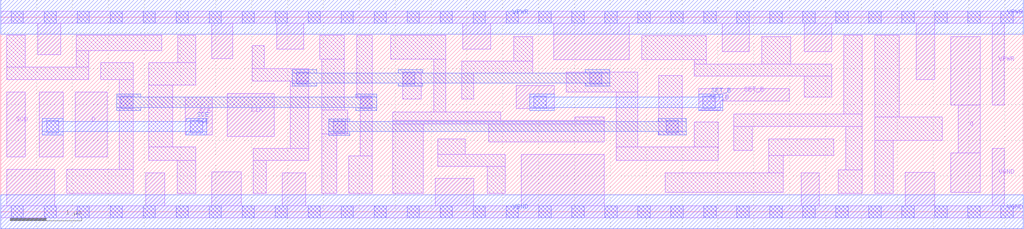
<source format=lef>
# Copyright 2020 The SkyWater PDK Authors
#
# Licensed under the Apache License, Version 2.0 (the "License");
# you may not use this file except in compliance with the License.
# You may obtain a copy of the License at
#
#     https://www.apache.org/licenses/LICENSE-2.0
#
# Unless required by applicable law or agreed to in writing, software
# distributed under the License is distributed on an "AS IS" BASIS,
# WITHOUT WARRANTIES OR CONDITIONS OF ANY KIND, either express or implied.
# See the License for the specific language governing permissions and
# limitations under the License.
#
# SPDX-License-Identifier: Apache-2.0

VERSION 5.7 ;
  NAMESCASESENSITIVE ON ;
  NOWIREEXTENSIONATPIN ON ;
  DIVIDERCHAR "/" ;
  BUSBITCHARS "[]" ;
UNITS
  DATABASE MICRONS 200 ;
END UNITS
PROPERTYDEFINITIONS
  MACRO maskLayoutSubType STRING ;
  MACRO prCellType STRING ;
  MACRO originalViewName STRING ;
END PROPERTYDEFINITIONS
MACRO sky130_fd_sc_hdll__sdfstp_2
  CLASS CORE ;
  FOREIGN sky130_fd_sc_hdll__sdfstp_2 ;
  ORIGIN  0.000000  0.000000 ;
  SIZE  14.26000 BY  2.720000 ;
  SYMMETRY X Y R90 ;
  SITE unithd ;
  PIN CLK
    ANTENNAGATEAREA  0.178200 ;
    DIRECTION INPUT ;
    USE SIGNAL ;
    PORT
      LAYER li1 ;
        RECT 3.155000 1.055000 3.815000 1.650000 ;
    END
  END CLK
  PIN D
    ANTENNAGATEAREA  0.178200 ;
    DIRECTION INPUT ;
    USE SIGNAL ;
    PORT
      LAYER li1 ;
        RECT 1.040000 0.765000 1.485000 1.675000 ;
    END
  END D
  PIN Q
    ANTENNADIFFAREA  0.498000 ;
    DIRECTION OUTPUT ;
    USE SIGNAL ;
    PORT
      LAYER li1 ;
        RECT 13.245000 0.275000 13.655000 0.825000 ;
        RECT 13.245000 1.495000 13.655000 2.450000 ;
        RECT 13.350000 0.825000 13.655000 1.495000 ;
    END
  END Q
  PIN SCD
    ANTENNAGATEAREA  0.178200 ;
    DIRECTION INPUT ;
    USE SIGNAL ;
    PORT
      LAYER li1 ;
        RECT 0.085000 0.765000 0.340000 1.675000 ;
    END
  END SCD
  PIN SCE
    ANTENNAGATEAREA  0.356400 ;
    DIRECTION INPUT ;
    USE SIGNAL ;
    PORT
      LAYER li1 ;
        RECT 0.540000 0.765000 0.870000 1.675000 ;
        RECT 2.570000 1.075000 2.950000 1.600000 ;
      LAYER mcon ;
        RECT 0.640000 1.105000 0.810000 1.275000 ;
        RECT 2.645000 1.105000 2.815000 1.275000 ;
      LAYER met1 ;
        RECT 0.580000 1.075000 0.870000 1.120000 ;
        RECT 0.580000 1.120000 2.875000 1.260000 ;
        RECT 0.580000 1.260000 0.870000 1.305000 ;
        RECT 2.585000 1.075000 2.875000 1.120000 ;
        RECT 2.585000 1.260000 2.875000 1.305000 ;
    END
  END SCE
  PIN SET_B
    ANTENNAGATEAREA  0.277200 ;
    DIRECTION INPUT ;
    USE SIGNAL ;
    PORT
      LAYER li1 ;
        RECT 7.190000 1.445000  7.715000 1.765000 ;
        RECT 9.730000 1.425000 10.035000 1.545000 ;
        RECT 9.730000 1.545000 10.995000 1.725000 ;
      LAYER mcon ;
        RECT 7.435000 1.445000 7.605000 1.615000 ;
        RECT 9.790000 1.445000 9.960000 1.615000 ;
      LAYER met1 ;
        RECT 7.375000 1.415000  7.715000 1.460000 ;
        RECT 7.375000 1.460000 10.070000 1.600000 ;
        RECT 7.375000 1.600000  7.715000 1.645000 ;
        RECT 9.730000 1.415000 10.070000 1.460000 ;
        RECT 9.730000 1.600000 10.070000 1.645000 ;
    END
  END SET_B
  PIN VGND
    ANTENNADIFFAREA  1.503950 ;
    DIRECTION INOUT ;
    USE SIGNAL ;
    PORT
      LAYER li1 ;
        RECT  0.000000 -0.085000 14.260000 0.085000 ;
        RECT  0.085000  0.085000  0.750000 0.595000 ;
        RECT  2.025000  0.085000  2.290000 0.545000 ;
        RECT  2.940000  0.085000  3.350000 0.555000 ;
        RECT  3.925000  0.085000  4.255000 0.545000 ;
        RECT  6.060000  0.085000  6.595000 0.465000 ;
        RECT  7.255000  0.085000  8.415000 0.805000 ;
        RECT 11.165000  0.085000 11.415000 0.545000 ;
        RECT 12.615000  0.085000 13.020000 0.550000 ;
        RECT 13.825000  0.085000 13.995000 0.885000 ;
      LAYER mcon ;
        RECT  0.145000 -0.085000  0.315000 0.085000 ;
        RECT  0.605000 -0.085000  0.775000 0.085000 ;
        RECT  1.065000 -0.085000  1.235000 0.085000 ;
        RECT  1.525000 -0.085000  1.695000 0.085000 ;
        RECT  1.985000 -0.085000  2.155000 0.085000 ;
        RECT  2.445000 -0.085000  2.615000 0.085000 ;
        RECT  2.905000 -0.085000  3.075000 0.085000 ;
        RECT  3.365000 -0.085000  3.535000 0.085000 ;
        RECT  3.825000 -0.085000  3.995000 0.085000 ;
        RECT  4.285000 -0.085000  4.455000 0.085000 ;
        RECT  4.745000 -0.085000  4.915000 0.085000 ;
        RECT  5.205000 -0.085000  5.375000 0.085000 ;
        RECT  5.665000 -0.085000  5.835000 0.085000 ;
        RECT  6.125000 -0.085000  6.295000 0.085000 ;
        RECT  6.585000 -0.085000  6.755000 0.085000 ;
        RECT  7.045000 -0.085000  7.215000 0.085000 ;
        RECT  7.505000 -0.085000  7.675000 0.085000 ;
        RECT  7.965000 -0.085000  8.135000 0.085000 ;
        RECT  8.425000 -0.085000  8.595000 0.085000 ;
        RECT  8.885000 -0.085000  9.055000 0.085000 ;
        RECT  9.345000 -0.085000  9.515000 0.085000 ;
        RECT  9.805000 -0.085000  9.975000 0.085000 ;
        RECT 10.265000 -0.085000 10.435000 0.085000 ;
        RECT 10.725000 -0.085000 10.895000 0.085000 ;
        RECT 11.185000 -0.085000 11.355000 0.085000 ;
        RECT 11.645000 -0.085000 11.815000 0.085000 ;
        RECT 12.105000 -0.085000 12.275000 0.085000 ;
        RECT 12.565000 -0.085000 12.735000 0.085000 ;
        RECT 13.025000 -0.085000 13.195000 0.085000 ;
        RECT 13.485000 -0.085000 13.655000 0.085000 ;
        RECT 13.945000 -0.085000 14.115000 0.085000 ;
      LAYER met1 ;
        RECT 0.000000 -0.240000 14.260000 0.240000 ;
    END
  END VGND
  PIN VPWR
    ANTENNADIFFAREA  2.071800 ;
    DIRECTION INOUT ;
    USE SIGNAL ;
    PORT
      LAYER li1 ;
        RECT  0.000000 2.635000 14.260000 2.805000 ;
        RECT  0.515000 2.195000  0.835000 2.635000 ;
        RECT  2.940000 2.140000  3.235000 2.635000 ;
        RECT  3.845000 2.275000  4.225000 2.635000 ;
        RECT  6.445000 2.275000  6.830000 2.635000 ;
        RECT  7.710000 2.125000  8.765000 2.635000 ;
        RECT 10.060000 2.235000 10.440000 2.635000 ;
        RECT 11.205000 2.235000 11.585000 2.635000 ;
        RECT 12.765000 1.845000 13.020000 2.635000 ;
        RECT 13.825000 1.495000 13.995000 2.635000 ;
      LAYER mcon ;
        RECT  0.145000 2.635000  0.315000 2.805000 ;
        RECT  0.605000 2.635000  0.775000 2.805000 ;
        RECT  1.065000 2.635000  1.235000 2.805000 ;
        RECT  1.525000 2.635000  1.695000 2.805000 ;
        RECT  1.985000 2.635000  2.155000 2.805000 ;
        RECT  2.445000 2.635000  2.615000 2.805000 ;
        RECT  2.905000 2.635000  3.075000 2.805000 ;
        RECT  3.365000 2.635000  3.535000 2.805000 ;
        RECT  3.825000 2.635000  3.995000 2.805000 ;
        RECT  4.285000 2.635000  4.455000 2.805000 ;
        RECT  4.745000 2.635000  4.915000 2.805000 ;
        RECT  5.205000 2.635000  5.375000 2.805000 ;
        RECT  5.665000 2.635000  5.835000 2.805000 ;
        RECT  6.125000 2.635000  6.295000 2.805000 ;
        RECT  6.585000 2.635000  6.755000 2.805000 ;
        RECT  7.045000 2.635000  7.215000 2.805000 ;
        RECT  7.505000 2.635000  7.675000 2.805000 ;
        RECT  7.965000 2.635000  8.135000 2.805000 ;
        RECT  8.425000 2.635000  8.595000 2.805000 ;
        RECT  8.885000 2.635000  9.055000 2.805000 ;
        RECT  9.345000 2.635000  9.515000 2.805000 ;
        RECT  9.805000 2.635000  9.975000 2.805000 ;
        RECT 10.265000 2.635000 10.435000 2.805000 ;
        RECT 10.725000 2.635000 10.895000 2.805000 ;
        RECT 11.185000 2.635000 11.355000 2.805000 ;
        RECT 11.645000 2.635000 11.815000 2.805000 ;
        RECT 12.105000 2.635000 12.275000 2.805000 ;
        RECT 12.565000 2.635000 12.735000 2.805000 ;
        RECT 13.025000 2.635000 13.195000 2.805000 ;
        RECT 13.485000 2.635000 13.655000 2.805000 ;
        RECT 13.945000 2.635000 14.115000 2.805000 ;
      LAYER met1 ;
        RECT 0.000000 2.480000 14.260000 2.960000 ;
    END
  END VPWR
  OBS
    LAYER li1 ;
      RECT  0.085000 1.845000  1.225000 2.025000 ;
      RECT  0.085000 2.025000  0.345000 2.465000 ;
      RECT  0.920000 0.255000  1.845000 0.595000 ;
      RECT  1.055000 2.025000  1.225000 2.255000 ;
      RECT  1.055000 2.255000  2.245000 2.465000 ;
      RECT  1.395000 1.845000  1.845000 2.085000 ;
      RECT  1.655000 0.595000  1.845000 1.845000 ;
      RECT  2.065000 0.715000  2.720000 0.905000 ;
      RECT  2.065000 0.905000  2.400000 1.770000 ;
      RECT  2.065000 1.770000  2.720000 2.085000 ;
      RECT  2.460000 0.255000  2.720000 0.715000 ;
      RECT  2.470000 2.085000  2.720000 2.465000 ;
      RECT  3.505000 1.830000  4.295000 2.000000 ;
      RECT  3.505000 2.000000  3.675000 2.325000 ;
      RECT  3.520000 0.255000  3.705000 0.715000 ;
      RECT  3.520000 0.715000  4.295000 0.885000 ;
      RECT  4.035000 0.885000  4.295000 1.830000 ;
      RECT  4.445000 2.135000  4.790000 2.465000 ;
      RECT  4.475000 0.255000  4.685000 1.085000 ;
      RECT  4.475000 1.085000  4.840000 1.420000 ;
      RECT  4.475000 1.420000  4.790000 2.135000 ;
      RECT  4.855000 0.255000  5.180000 0.780000 ;
      RECT  4.965000 1.590000  5.180000 2.465000 ;
      RECT  5.010000 0.780000  5.180000 1.590000 ;
      RECT  5.435000 2.135000  6.205000 2.465000 ;
      RECT  5.465000 0.255000  5.890000 1.225000 ;
      RECT  5.465000 1.225000  8.415000 1.275000 ;
      RECT  5.465000 1.275000  6.975000 1.395000 ;
      RECT  5.605000 1.575000  5.865000 1.955000 ;
      RECT  6.035000 1.395000  6.205000 2.135000 ;
      RECT  6.095000 0.635000  7.035000 0.805000 ;
      RECT  6.095000 0.805000  6.475000 1.015000 ;
      RECT  6.425000 1.575000  6.595000 1.935000 ;
      RECT  6.425000 1.935000  7.420000 2.105000 ;
      RECT  6.785000 0.255000  7.035000 0.635000 ;
      RECT  6.805000 0.975000  8.415000 1.225000 ;
      RECT  7.155000 2.105000  7.420000 2.450000 ;
      RECT  7.885000 1.670000  8.885000 1.955000 ;
      RECT  8.005000 1.275000  8.415000 1.325000 ;
      RECT  8.585000 0.720000 10.005000 0.905000 ;
      RECT  8.585000 0.905000  8.885000 1.670000 ;
      RECT  8.935000 2.125000  9.840000 2.460000 ;
      RECT  9.175000 1.075000  9.500000 1.905000 ;
      RECT  9.265000 0.275000 10.910000 0.545000 ;
      RECT  9.670000 0.905000 10.005000 1.255000 ;
      RECT  9.670000 1.895000 11.585000 2.065000 ;
      RECT  9.670000 2.065000  9.840000 2.125000 ;
      RECT 10.220000 0.855000 10.480000 1.195000 ;
      RECT 10.220000 1.195000 12.015000 1.365000 ;
      RECT 10.610000 2.065000 11.015000 2.450000 ;
      RECT 10.710000 0.545000 10.910000 0.785000 ;
      RECT 10.710000 0.785000 11.615000 1.015000 ;
      RECT 11.205000 1.605000 11.585000 1.895000 ;
      RECT 11.675000 0.255000 12.015000 0.585000 ;
      RECT 11.755000 1.365000 12.015000 2.465000 ;
      RECT 11.785000 0.585000 12.015000 1.195000 ;
      RECT 12.185000 0.255000 12.445000 0.995000 ;
      RECT 12.185000 0.995000 13.125000 1.325000 ;
      RECT 12.185000 1.325000 12.525000 2.465000 ;
    LAYER mcon ;
      RECT 1.675000 1.445000 1.845000 1.615000 ;
      RECT 4.125000 1.785000 4.295000 1.955000 ;
      RECT 4.635000 1.100000 4.805000 1.270000 ;
      RECT 5.010000 1.445000 5.180000 1.615000 ;
      RECT 5.605000 1.785000 5.775000 1.955000 ;
      RECT 8.210000 1.785000 8.380000 1.955000 ;
      RECT 9.280000 1.105000 9.450000 1.275000 ;
    LAYER met1 ;
      RECT 1.615000 1.415000 1.955000 1.460000 ;
      RECT 1.615000 1.460000 5.240000 1.600000 ;
      RECT 1.615000 1.600000 1.955000 1.645000 ;
      RECT 4.065000 1.755000 4.405000 1.800000 ;
      RECT 4.065000 1.800000 8.490000 1.940000 ;
      RECT 4.065000 1.940000 4.405000 1.985000 ;
      RECT 4.575000 1.070000 4.865000 1.120000 ;
      RECT 4.575000 1.120000 9.560000 1.260000 ;
      RECT 4.575000 1.260000 4.865000 1.300000 ;
      RECT 4.950000 1.415000 5.240000 1.460000 ;
      RECT 4.950000 1.600000 5.240000 1.645000 ;
      RECT 5.545000 1.755000 5.885000 1.800000 ;
      RECT 5.545000 1.940000 5.885000 1.985000 ;
      RECT 8.150000 1.755000 8.490000 1.800000 ;
      RECT 8.150000 1.940000 8.490000 1.985000 ;
      RECT 9.170000 1.075000 9.560000 1.120000 ;
      RECT 9.170000 1.260000 9.560000 1.305000 ;
  END
  PROPERTY maskLayoutSubType "abstract" ;
  PROPERTY prCellType "standard" ;
  PROPERTY originalViewName "layout" ;
END sky130_fd_sc_hdll__sdfstp_2

</source>
